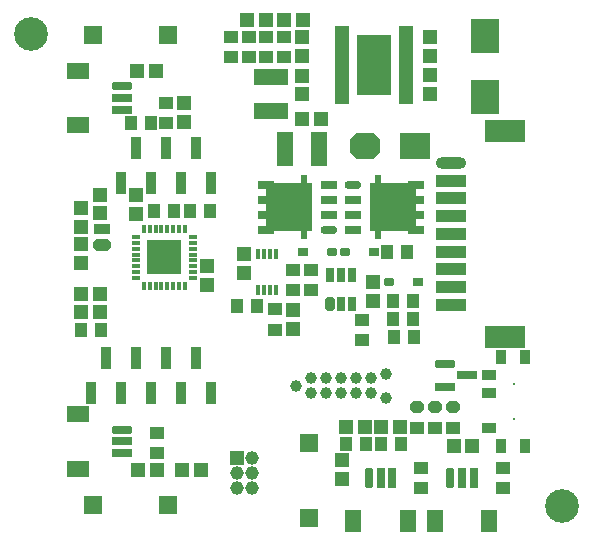
<source format=gts>
G04*
G04 #@! TF.GenerationSoftware,Altium Limited,Altium NEXUS,3.2.6 (83)*
G04*
G04 Layer_Color=8388736*
%FSLAX44Y44*%
%MOMM*%
G71*
G04*
G04 #@! TF.SameCoordinates,E101C6A8-1949-4893-99AA-7595D6EC33FA*
G04*
G04*
G04 #@! TF.FilePolarity,Negative*
G04*
G01*
G75*
%ADD58R,1.1524X1.1524*%
%ADD59R,1.1524X1.0524*%
G04:AMPARAMS|DCode=60|XSize=0.7524mm|YSize=1.7024mm|CornerRadius=0mm|HoleSize=0mm|Usage=FLASHONLY|Rotation=0.000|XOffset=0mm|YOffset=0mm|HoleType=Round|Shape=Octagon|*
%AMOCTAGOND60*
4,1,8,-0.1881,0.8512,0.1881,0.8512,0.3762,0.6631,0.3762,-0.6631,0.1881,-0.8512,-0.1881,-0.8512,-0.3762,-0.6631,-0.3762,0.6631,-0.1881,0.8512,0.0*
%
%ADD60OCTAGOND60*%

%ADD61R,0.7524X1.7024*%
%ADD62R,1.3524X1.9524*%
%ADD63R,1.0524X1.1524*%
%ADD64R,1.1524X1.1524*%
%ADD65R,2.9024X2.9024*%
%ADD66R,0.4524X0.7524*%
%ADD67R,0.7524X0.4524*%
%ADD68R,1.1524X0.8524*%
%ADD69R,0.9524X1.1524*%
%ADD70C,1.0032*%
%ADD71R,1.5524X1.5524*%
%ADD72R,0.4024X0.9024*%
%ADD73R,1.9524X1.3524*%
%ADD74R,1.7024X0.7524*%
G04:AMPARAMS|DCode=75|XSize=0.7524mm|YSize=1.7024mm|CornerRadius=0mm|HoleSize=0mm|Usage=FLASHONLY|Rotation=270.000|XOffset=0mm|YOffset=0mm|HoleType=Round|Shape=Octagon|*
%AMOCTAGOND75*
4,1,8,0.8512,0.1881,0.8512,-0.1881,0.6631,-0.3762,-0.6631,-0.3762,-0.8512,-0.1881,-0.8512,0.1881,-0.6631,0.3762,0.6631,0.3762,0.8512,0.1881,0.0*
%
%ADD75OCTAGOND75*%

G04:AMPARAMS|DCode=76|XSize=0.6524mm|YSize=0.8624mm|CornerRadius=0mm|HoleSize=0mm|Usage=FLASHONLY|Rotation=270.000|XOffset=0mm|YOffset=0mm|HoleType=Round|Shape=Octagon|*
%AMOCTAGOND76*
4,1,8,0.4312,0.1631,0.4312,-0.1631,0.2681,-0.3262,-0.2681,-0.3262,-0.4312,-0.1631,-0.4312,0.1631,-0.2681,0.3262,0.2681,0.3262,0.4312,0.1631,0.0*
%
%ADD76OCTAGOND76*%

%ADD77R,0.8624X0.6524*%
G04:AMPARAMS|DCode=78|XSize=0.7024mm|YSize=1.7024mm|CornerRadius=0mm|HoleSize=0mm|Usage=FLASHONLY|Rotation=90.000|XOffset=0mm|YOffset=0mm|HoleType=Round|Shape=Octagon|*
%AMOCTAGOND78*
4,1,8,-0.8512,-0.1756,-0.8512,0.1756,-0.6756,0.3512,0.6756,0.3512,0.8512,0.1756,0.8512,-0.1756,0.6756,-0.3512,-0.6756,-0.3512,-0.8512,-0.1756,0.0*
%
%ADD78OCTAGOND78*%

%ADD79R,1.7024X0.7024*%
%ADD80R,0.8024X1.2524*%
G04:AMPARAMS|DCode=81|XSize=0.8024mm|YSize=1.2524mm|CornerRadius=0mm|HoleSize=0mm|Usage=FLASHONLY|Rotation=180.000|XOffset=0mm|YOffset=0mm|HoleType=Round|Shape=Octagon|*
%AMOCTAGOND81*
4,1,8,0.2006,-0.6262,-0.2006,-0.6262,-0.4012,-0.4256,-0.4012,0.4256,-0.2006,0.6262,0.2006,0.6262,0.4012,0.4256,0.4012,-0.4256,0.2006,-0.6262,0.0*
%
%ADD81OCTAGOND81*%

%ADD82R,1.4524X0.9524*%
G04:AMPARAMS|DCode=83|XSize=0.9524mm|YSize=1.4524mm|CornerRadius=0mm|HoleSize=0mm|Usage=FLASHONLY|Rotation=90.000|XOffset=0mm|YOffset=0mm|HoleType=Round|Shape=Octagon|*
%AMOCTAGOND83*
4,1,8,-0.7262,-0.2381,-0.7262,0.2381,-0.4881,0.4762,0.4881,0.4762,0.7262,0.2381,0.7262,-0.2381,0.4881,-0.4762,-0.4881,-0.4762,-0.7262,-0.2381,0.0*
%
%ADD83OCTAGOND83*%

%ADD84R,1.5524X1.5524*%
G04:AMPARAMS|DCode=85|XSize=1.1524mm|YSize=1.0524mm|CornerRadius=0mm|HoleSize=0mm|Usage=FLASHONLY|Rotation=0.000|XOffset=0mm|YOffset=0mm|HoleType=Round|Shape=Octagon|*
%AMOCTAGOND85*
4,1,8,0.5762,-0.2631,0.5762,0.2631,0.3131,0.5262,-0.3131,0.5262,-0.5762,0.2631,-0.5762,-0.2631,-0.3131,-0.5262,0.3131,-0.5262,0.5762,-0.2631,0.0*
%
%ADD85OCTAGOND85*%

%ADD86R,1.4224X0.7524*%
%ADD87O,1.4224X0.7524*%
%ADD88R,3.9624X4.0624*%
%ADD89R,0.5524X5.4524*%
%ADD90R,2.5024X2.2024*%
G04:AMPARAMS|DCode=91|XSize=2.2024mm|YSize=2.5024mm|CornerRadius=0mm|HoleSize=0mm|Usage=FLASHONLY|Rotation=90.000|XOffset=0mm|YOffset=0mm|HoleType=Round|Shape=Octagon|*
%AMOCTAGOND91*
4,1,8,-1.2512,-0.5506,-1.2512,0.5506,-0.7006,1.1012,0.7006,1.1012,1.2512,0.5506,1.2512,-0.5506,0.7006,-1.1012,-0.7006,-1.1012,-1.2512,-0.5506,0.0*
%
%ADD91OCTAGOND91*%

%ADD92R,2.3524X2.8524*%
%ADD93R,0.8924X1.8524*%
%ADD94R,1.4524X2.8524*%
%ADD95R,2.8524X1.4524*%
%ADD96R,2.8924X5.1024*%
%ADD97R,1.2524X0.6524*%
%ADD98R,2.6016X1.0016*%
%ADD99O,2.6016X1.0016*%
%ADD100R,3.4016X1.9016*%
%ADD101R,0.1524X0.1524*%
%ADD102C,1.0000*%
%ADD103C,1.1524*%
%ADD104C,2.8524*%
D58*
X388750Y1117250D02*
D03*
X404750D02*
D03*
X351000D02*
D03*
X367000D02*
D03*
X319250Y1266250D02*
D03*
X303250D02*
D03*
X303250Y1251250D02*
D03*
X319250D02*
D03*
X366250Y1455250D02*
D03*
X350250D02*
D03*
X618250Y1137500D02*
D03*
X634250D02*
D03*
X527500Y1154000D02*
D03*
X543500D02*
D03*
X573250D02*
D03*
X557250D02*
D03*
X490000Y1414750D02*
D03*
X506000D02*
D03*
X459750Y1498500D02*
D03*
X443750D02*
D03*
X490500D02*
D03*
X474500D02*
D03*
X435250Y1127900D02*
D03*
D59*
X367000Y1132000D02*
D03*
Y1149000D02*
D03*
X659750Y1102000D02*
D03*
Y1119000D02*
D03*
X590750Y1102000D02*
D03*
Y1119000D02*
D03*
X375000Y1428250D02*
D03*
Y1411250D02*
D03*
X482500Y1287000D02*
D03*
Y1270000D02*
D03*
X467500Y1253250D02*
D03*
Y1236250D02*
D03*
X540500Y1244500D02*
D03*
Y1227500D02*
D03*
X602750Y1153250D02*
D03*
X497500Y1287000D02*
D03*
Y1270000D02*
D03*
X617750Y1153250D02*
D03*
X587750D02*
D03*
X429750Y1467250D02*
D03*
Y1484250D02*
D03*
X459750Y1467250D02*
D03*
Y1484250D02*
D03*
X444750Y1467250D02*
D03*
Y1484250D02*
D03*
X474750Y1467250D02*
D03*
Y1484250D02*
D03*
D60*
X546500Y1110500D02*
D03*
X615500D02*
D03*
D61*
X556500D02*
D03*
X566500D02*
D03*
X625500D02*
D03*
X635500D02*
D03*
D62*
X579500Y1073750D02*
D03*
X533500D02*
D03*
X648500D02*
D03*
X602500D02*
D03*
D63*
X362250Y1411500D02*
D03*
X345250D02*
D03*
X319750Y1236250D02*
D03*
X302750D02*
D03*
X412000Y1337000D02*
D03*
X395000D02*
D03*
X573750Y1139000D02*
D03*
X556750D02*
D03*
X452000Y1256500D02*
D03*
X435000D02*
D03*
X567250Y1245000D02*
D03*
X584250D02*
D03*
X567250Y1260000D02*
D03*
X584250D02*
D03*
X567750Y1230000D02*
D03*
X584750D02*
D03*
X381750Y1337000D02*
D03*
X364750D02*
D03*
X544000Y1139000D02*
D03*
X527000D02*
D03*
X562250Y1301750D02*
D03*
X579250D02*
D03*
D64*
X319250Y1334500D02*
D03*
Y1350500D02*
D03*
X390000Y1411750D02*
D03*
Y1427750D02*
D03*
X550000Y1276750D02*
D03*
Y1260750D02*
D03*
X482500Y1252750D02*
D03*
Y1236750D02*
D03*
X303250Y1322750D02*
D03*
Y1338750D02*
D03*
X303000Y1292750D02*
D03*
Y1308750D02*
D03*
X440500Y1284500D02*
D03*
Y1300500D02*
D03*
X524000Y1125750D02*
D03*
Y1109750D02*
D03*
X349500Y1349750D02*
D03*
Y1333750D02*
D03*
X409750Y1290250D02*
D03*
Y1274250D02*
D03*
X490000Y1435250D02*
D03*
Y1451250D02*
D03*
X598750Y1435500D02*
D03*
Y1451500D02*
D03*
Y1467750D02*
D03*
Y1483750D02*
D03*
X489750Y1467750D02*
D03*
Y1483750D02*
D03*
D65*
X373500Y1297250D02*
D03*
D66*
X356000Y1321250D02*
D03*
X361000D02*
D03*
X366000D02*
D03*
X371000D02*
D03*
X376000D02*
D03*
X381000D02*
D03*
X386000D02*
D03*
X391000D02*
D03*
Y1273250D02*
D03*
X386000D02*
D03*
X381000D02*
D03*
X376000D02*
D03*
X371000D02*
D03*
X366000D02*
D03*
X361000D02*
D03*
X356000D02*
D03*
D67*
X397500Y1314750D02*
D03*
Y1309750D02*
D03*
Y1304750D02*
D03*
Y1299750D02*
D03*
Y1294750D02*
D03*
Y1289750D02*
D03*
Y1284750D02*
D03*
Y1279750D02*
D03*
X349500D02*
D03*
Y1284750D02*
D03*
Y1289750D02*
D03*
Y1294750D02*
D03*
Y1299750D02*
D03*
Y1304750D02*
D03*
Y1309750D02*
D03*
Y1314750D02*
D03*
D68*
X648500Y1152750D02*
D03*
Y1182750D02*
D03*
Y1197750D02*
D03*
D69*
X678500Y1137750D02*
D03*
X658500D02*
D03*
X678500Y1212750D02*
D03*
X658500D02*
D03*
D70*
X497600Y1182500D02*
D03*
X510300D02*
D03*
X523000D02*
D03*
X535700D02*
D03*
X548400D02*
D03*
Y1195200D02*
D03*
X535700D02*
D03*
X523000D02*
D03*
X510300D02*
D03*
X497600D02*
D03*
D71*
X312750Y1087500D02*
D03*
X376750D02*
D03*
Y1485750D02*
D03*
X312750D02*
D03*
D72*
X468000Y1300500D02*
D03*
X463000D02*
D03*
X458000D02*
D03*
X453000D02*
D03*
X468000Y1269500D02*
D03*
X463000D02*
D03*
X458000D02*
D03*
X453000D02*
D03*
D73*
X300500Y1455500D02*
D03*
Y1409500D02*
D03*
Y1164500D02*
D03*
Y1118500D02*
D03*
D74*
X337250Y1422500D02*
D03*
Y1432500D02*
D03*
Y1131500D02*
D03*
Y1141500D02*
D03*
D75*
Y1442500D02*
D03*
Y1151500D02*
D03*
D76*
X515000Y1301750D02*
D03*
X564000Y1276250D02*
D03*
X526500Y1301750D02*
D03*
D77*
X491000D02*
D03*
X588000Y1276250D02*
D03*
X550500Y1301750D02*
D03*
D78*
X611250Y1207000D02*
D03*
D79*
Y1188000D02*
D03*
X629750Y1197500D02*
D03*
D80*
X523000Y1282250D02*
D03*
X513500D02*
D03*
X532500D02*
D03*
Y1258250D02*
D03*
X523000D02*
D03*
D81*
X513500D02*
D03*
D82*
X320250Y1321750D02*
D03*
D83*
Y1307750D02*
D03*
D84*
X495500Y1076500D02*
D03*
Y1140500D02*
D03*
D85*
X602750Y1170250D02*
D03*
X617750D02*
D03*
X587750D02*
D03*
D86*
X459200Y1358800D02*
D03*
Y1346100D02*
D03*
Y1333400D02*
D03*
Y1320700D02*
D03*
X512600Y1358800D02*
D03*
Y1346100D02*
D03*
Y1333400D02*
D03*
X533396Y1346100D02*
D03*
Y1333400D02*
D03*
Y1320700D02*
D03*
X586796Y1358800D02*
D03*
Y1346100D02*
D03*
Y1333400D02*
D03*
Y1320700D02*
D03*
D87*
X512600D02*
D03*
X533396Y1358800D02*
D03*
D88*
X479000Y1339750D02*
D03*
X566996D02*
D03*
D89*
X491996D02*
D03*
X554000D02*
D03*
D90*
X586000Y1391250D02*
D03*
D91*
X543500D02*
D03*
D92*
X645000Y1485000D02*
D03*
Y1433000D02*
D03*
D93*
X361700Y1182470D02*
D03*
X310900D02*
D03*
X323600Y1212470D02*
D03*
X336300Y1182470D02*
D03*
X349000Y1212470D02*
D03*
X374400D02*
D03*
X387100Y1182470D02*
D03*
X399800Y1212470D02*
D03*
X412500Y1182470D02*
D03*
X336300Y1360270D02*
D03*
X349000Y1390270D02*
D03*
X361700Y1360270D02*
D03*
X374400Y1390270D02*
D03*
X387100Y1360270D02*
D03*
X399800Y1390270D02*
D03*
X412500Y1360270D02*
D03*
D94*
X504500Y1389250D02*
D03*
X475500D02*
D03*
D95*
X463500Y1421000D02*
D03*
Y1450000D02*
D03*
D96*
X550750Y1460250D02*
D03*
D97*
X578000Y1489500D02*
D03*
Y1483000D02*
D03*
Y1476500D02*
D03*
Y1470000D02*
D03*
Y1463500D02*
D03*
Y1457000D02*
D03*
Y1450500D02*
D03*
Y1444000D02*
D03*
Y1437500D02*
D03*
Y1431000D02*
D03*
X523500D02*
D03*
Y1437500D02*
D03*
Y1444000D02*
D03*
Y1450500D02*
D03*
Y1457000D02*
D03*
Y1463500D02*
D03*
Y1470000D02*
D03*
Y1476500D02*
D03*
Y1483000D02*
D03*
Y1489500D02*
D03*
D98*
X616500Y1257250D02*
D03*
Y1272250D02*
D03*
Y1287250D02*
D03*
Y1302250D02*
D03*
Y1317250D02*
D03*
Y1332250D02*
D03*
Y1347250D02*
D03*
Y1362250D02*
D03*
D99*
Y1377250D02*
D03*
D100*
X661500Y1230250D02*
D03*
Y1404250D02*
D03*
D101*
X669500Y1160250D02*
D03*
Y1190250D02*
D03*
D102*
X561100Y1199000D02*
D03*
X484900Y1188850D02*
D03*
X561100Y1178700D02*
D03*
D103*
X435250Y1115200D02*
D03*
Y1102500D02*
D03*
X447950Y1127900D02*
D03*
Y1102500D02*
D03*
Y1115200D02*
D03*
D104*
X710500Y1086500D02*
D03*
X260500Y1486500D02*
D03*
M02*

</source>
